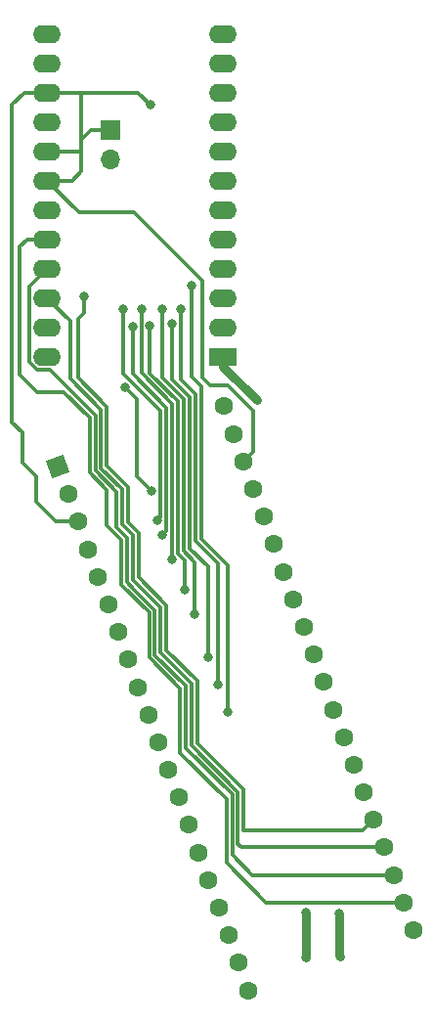
<source format=gbr>
%TF.GenerationSoftware,KiCad,Pcbnew,8.0.3*%
%TF.CreationDate,2024-06-29T11:18:24+02:00*%
%TF.ProjectId,adapter 8913-8910 Angle R,61646170-7465-4722-9038-3931332d3839,rev?*%
%TF.SameCoordinates,Original*%
%TF.FileFunction,Copper,L1,Top*%
%TF.FilePolarity,Positive*%
%FSLAX46Y46*%
G04 Gerber Fmt 4.6, Leading zero omitted, Abs format (unit mm)*
G04 Created by KiCad (PCBNEW 8.0.3) date 2024-06-29 11:18:24*
%MOMM*%
%LPD*%
G01*
G04 APERTURE LIST*
G04 Aperture macros list*
%AMHorizOval*
0 Thick line with rounded ends*
0 $1 width*
0 $2 $3 position (X,Y) of the first rounded end (center of the circle)*
0 $4 $5 position (X,Y) of the second rounded end (center of the circle)*
0 Add line between two ends*
20,1,$1,$2,$3,$4,$5,0*
0 Add two circle primitives to create the rounded ends*
1,1,$1,$2,$3*
1,1,$1,$4,$5*%
%AMRotRect*
0 Rectangle, with rotation*
0 The origin of the aperture is its center*
0 $1 length*
0 $2 width*
0 $3 Rotation angle, in degrees counterclockwise*
0 Add horizontal line*
21,1,$1,$2,0,0,$3*%
G04 Aperture macros list end*
%TA.AperFunction,ComponentPad*%
%ADD10R,1.700000X1.700000*%
%TD*%
%TA.AperFunction,ComponentPad*%
%ADD11O,1.700000X1.700000*%
%TD*%
%TA.AperFunction,ComponentPad*%
%ADD12RotRect,1.600000X1.600000X20.000000*%
%TD*%
%TA.AperFunction,ComponentPad*%
%ADD13HorizOval,1.600000X0.000000X0.000000X0.000000X0.000000X0*%
%TD*%
%TA.AperFunction,ComponentPad*%
%ADD14R,2.400000X1.600000*%
%TD*%
%TA.AperFunction,ComponentPad*%
%ADD15O,2.400000X1.600000*%
%TD*%
%TA.AperFunction,ViaPad*%
%ADD16C,0.800000*%
%TD*%
%TA.AperFunction,Conductor*%
%ADD17C,0.300000*%
%TD*%
%TA.AperFunction,Conductor*%
%ADD18C,0.762000*%
%TD*%
G04 APERTURE END LIST*
D10*
%TO.P,Audio_OUT_J1,1,Pin_1*%
%TO.N,Net-(Audio_OUT_J1-Pin_1)*%
X119100000Y-33910000D03*
D11*
%TO.P,Audio_OUT_J1,2,Pin_2*%
%TO.N,GND*%
X119100000Y-36450000D03*
%TD*%
D12*
%TO.P,U1,1,Vss*%
%TO.N,GND*%
X114579085Y-63012387D03*
D13*
%TO.P,U1,2,N/C*%
%TO.N,unconnected-(U1-N{slash}C-Pad2)*%
X115447817Y-65399207D03*
%TO.P,U1,3,ch_B*%
%TO.N,Net-(Audio_OUT_J1-Pin_1)*%
X116316547Y-67786025D03*
%TO.P,U1,4,ch_A*%
X117185278Y-70172845D03*
%TO.P,U1,5,N/C*%
%TO.N,unconnected-(U1-N{slash}C-Pad5)*%
X118054010Y-72559664D03*
%TO.P,U1,6,IOB7*%
%TO.N,unconnected-(U1-IOB7-Pad6)*%
X118922741Y-74946484D03*
%TO.P,U1,7,IOB6*%
%TO.N,unconnected-(U1-IOB6-Pad7)*%
X119791472Y-77333302D03*
%TO.P,U1,8,IOB5*%
%TO.N,unconnected-(U1-IOB5-Pad8)*%
X120660203Y-79720122D03*
%TO.P,U1,9,IOB4*%
%TO.N,unconnected-(U1-IOB4-Pad9)*%
X121528934Y-82106941D03*
%TO.P,U1,10,IOB3*%
%TO.N,unconnected-(U1-IOB3-Pad10)*%
X122397665Y-84493761D03*
%TO.P,U1,11,IOB2*%
%TO.N,unconnected-(U1-IOB2-Pad11)*%
X123266398Y-86880579D03*
%TO.P,U1,12,IOB1*%
%TO.N,unconnected-(U1-IOB1-Pad12)*%
X124135128Y-89267399D03*
%TO.P,U1,13,IOB0*%
%TO.N,unconnected-(U1-IOB0-Pad13)*%
X125003859Y-91654218D03*
%TO.P,U1,14,IOA7*%
%TO.N,unconnected-(U1-IOA7-Pad14)*%
X125872590Y-94041038D03*
%TO.P,U1,15,IOA6*%
%TO.N,unconnected-(U1-IOA6-Pad15)*%
X126741321Y-96427856D03*
%TO.P,U1,16,IOA5*%
%TO.N,unconnected-(U1-IOA5-Pad16)*%
X127610052Y-98814676D03*
%TO.P,U1,17,IOA4*%
%TO.N,unconnected-(U1-IOA4-Pad17)*%
X128478784Y-101201495D03*
%TO.P,U1,18,IOA3*%
%TO.N,unconnected-(U1-IOA3-Pad18)*%
X129347515Y-103588314D03*
%TO.P,U1,19,IOA2*%
%TO.N,unconnected-(U1-IOA2-Pad19)*%
X130216246Y-105975133D03*
%TO.P,U1,20,IOA1*%
%TO.N,unconnected-(U1-IOA1-Pad20)*%
X131084977Y-108361953D03*
%TO.P,U1,21,IOA0*%
%TO.N,unconnected-(U1-IOA0-Pad21)*%
X145405893Y-103149566D03*
%TO.P,U1,22,CLOCK*%
%TO.N,Net-(U1-CLOCK)*%
X144537161Y-100762746D03*
%TO.P,U1,23,~{RESET}*%
%TO.N,Net-(U1-~{RESET})*%
X143668430Y-98375927D03*
%TO.P,U1,24,~{A9}*%
%TO.N,Net-(U1-~{A9})*%
X142799699Y-95989108D03*
%TO.P,U1,25,A8*%
%TO.N,Net-(U1-A8)*%
X141930968Y-93602289D03*
%TO.P,U1,26,TEST2*%
%TO.N,unconnected-(U1-TEST2-Pad26)*%
X141062236Y-91215469D03*
%TO.P,U1,27,BDIR*%
%TO.N,Net-(U1-BDIR)*%
X140193504Y-88828650D03*
%TO.P,U1,28,BC2*%
%TO.N,+5V*%
X139324775Y-86441831D03*
%TO.P,U1,29,BC1*%
%TO.N,Net-(U1-BC1)*%
X138456043Y-84055012D03*
%TO.P,U1,30,D7*%
%TO.N,Net-(U1-D7)*%
X137587312Y-81668192D03*
%TO.P,U1,31,D6*%
%TO.N,Net-(U1-D6)*%
X136718581Y-79281374D03*
%TO.P,U1,32,D5*%
%TO.N,Net-(U1-D5)*%
X135849850Y-76894554D03*
%TO.P,U1,33,D4*%
%TO.N,Net-(U1-D4)*%
X134981118Y-74507735D03*
%TO.P,U1,34,D3*%
%TO.N,Net-(U1-D3)*%
X134112387Y-72120915D03*
%TO.P,U1,35,D2*%
%TO.N,Net-(U1-D2)*%
X133243656Y-69734098D03*
%TO.P,U1,36,D1*%
%TO.N,Net-(U1-D1)*%
X132374925Y-67347277D03*
%TO.P,U1,37,D0*%
%TO.N,Net-(U1-D0)*%
X131506194Y-64960458D03*
%TO.P,U1,38,ch_C*%
%TO.N,Net-(Audio_OUT_J1-Pin_1)*%
X130637463Y-62573639D03*
%TO.P,U1,39,TEST1*%
%TO.N,unconnected-(U1-TEST1-Pad39)*%
X129768731Y-60186820D03*
%TO.P,U1,40,Vcc*%
%TO.N,+5V*%
X128900000Y-57800000D03*
%TD*%
D14*
%TO.P,U2,1,Vss*%
%TO.N,GND*%
X128890000Y-53490000D03*
D15*
%TO.P,U2,2,BDIR*%
%TO.N,Net-(U1-BDIR)*%
X128890000Y-50950000D03*
%TO.P,U2,3,BC1*%
%TO.N,Net-(U1-BC1)*%
X128890000Y-48410000D03*
%TO.P,U2,4,D7*%
%TO.N,Net-(U1-D7)*%
X128890000Y-45870000D03*
%TO.P,U2,5,D6*%
%TO.N,Net-(U1-D6)*%
X128890000Y-43330000D03*
%TO.P,U2,6,D5*%
%TO.N,Net-(U1-D5)*%
X128890000Y-40790000D03*
%TO.P,U2,7,D4*%
%TO.N,Net-(U1-D4)*%
X128890000Y-38250000D03*
%TO.P,U2,8,D3*%
%TO.N,Net-(U1-D3)*%
X128890000Y-35710000D03*
%TO.P,U2,9,D2*%
%TO.N,Net-(U1-D2)*%
X128890000Y-33170000D03*
%TO.P,U2,10,D1*%
%TO.N,Net-(U1-D1)*%
X128890000Y-30630000D03*
%TO.P,U2,11,D0*%
%TO.N,Net-(U1-D0)*%
X128890000Y-28090000D03*
%TO.P,U2,12,TEST_2*%
%TO.N,unconnected-(U2-TEST_2-Pad12)*%
X128890000Y-25550000D03*
%TO.P,U2,13,Vcc*%
%TO.N,+5V*%
X113650000Y-25550000D03*
%TO.P,U2,14,TEST_I*%
%TO.N,unconnected-(U2-TEST_I-Pad14)*%
X113650000Y-28090000D03*
%TO.P,U2,15,ch_B*%
%TO.N,Net-(Audio_OUT_J1-Pin_1)*%
X113650000Y-30630000D03*
%TO.P,U2,16,N/C*%
%TO.N,unconnected-(U2-N{slash}C-Pad16)*%
X113650000Y-33170000D03*
%TO.P,U2,17,ch_A*%
%TO.N,Net-(Audio_OUT_J1-Pin_1)*%
X113650000Y-35710000D03*
%TO.P,U2,18,ch_C*%
X113650000Y-38250000D03*
%TO.P,U2,19,Vss*%
%TO.N,GND*%
X113650000Y-40790000D03*
%TO.P,U2,20,CLOCK*%
%TO.N,Net-(U1-CLOCK)*%
X113650000Y-43330000D03*
%TO.P,U2,21,~{RESET}*%
%TO.N,Net-(U1-~{RESET})*%
X113650000Y-45870000D03*
%TO.P,U2,22,~{A9}*%
%TO.N,Net-(U1-~{A9})*%
X113650000Y-48410000D03*
%TO.P,U2,23,A8*%
%TO.N,Net-(U1-A8)*%
X113650000Y-50950000D03*
%TO.P,U2,24,~{CE}*%
%TO.N,GND*%
X113650000Y-53490000D03*
%TD*%
D16*
%TO.N,Net-(U1-D3)*%
X121790000Y-49350000D03*
X124446268Y-71086361D03*
%TO.N,Net-(U1-D5)*%
X123630000Y-49360000D03*
X126430000Y-75802629D03*
%TO.N,Net-(U1-BC1)*%
X129266268Y-84246361D03*
X126110000Y-47350000D03*
%TO.N,Net-(U1-D7)*%
X128406268Y-81856361D03*
X125210000Y-49400000D03*
%TO.N,Net-(U1-A8)*%
X116800000Y-48280000D03*
%TO.N,Net-(U1-D6)*%
X124460000Y-50650000D03*
X127546268Y-79486361D03*
%TO.N,Net-(U1-D0)*%
X120369669Y-56160331D03*
X122666268Y-65160000D03*
%TO.N,Net-(U1-D4)*%
X125526268Y-73700000D03*
X122540000Y-50850000D03*
%TO.N,Net-(U1-D1)*%
X120260000Y-49350000D03*
X123216268Y-67636361D03*
%TO.N,Net-(U1-D2)*%
X123606268Y-68926361D03*
X121040000Y-50890000D03*
%TO.N,GND*%
X131810000Y-57260000D03*
X136060000Y-105480000D03*
X138990000Y-105400000D03*
X136050000Y-101610000D03*
X138930000Y-101700000D03*
%TO.N,Net-(Audio_OUT_J1-Pin_1)*%
X122600000Y-31700000D03*
%TD*%
D17*
%TO.N,Net-(U1-D5)*%
X125466268Y-57172056D02*
X123630000Y-55335788D01*
X125466268Y-70306268D02*
X125466268Y-57172056D01*
X126430000Y-71270000D02*
X125466268Y-70306268D01*
X126430000Y-75802629D02*
X126430000Y-71270000D01*
X123630000Y-55335788D02*
X123630000Y-49360000D01*
%TO.N,Net-(U1-D4)*%
X122540000Y-54952894D02*
X122540000Y-50850000D01*
X124966268Y-57379161D02*
X122540000Y-54952894D01*
X125526268Y-73700000D02*
X125526268Y-71105700D01*
X125526268Y-71105700D02*
X124966268Y-70545700D01*
X124966268Y-70545700D02*
X124966268Y-57379161D01*
%TO.N,Net-(U1-D7)*%
X128400000Y-81850093D02*
X128406268Y-81856361D01*
X126470000Y-56761575D02*
X126470000Y-69450000D01*
X125210000Y-55501575D02*
X126470000Y-56761575D01*
X125210000Y-49400000D02*
X125210000Y-55501575D01*
X126470000Y-69450000D02*
X128400000Y-71380000D01*
X128400000Y-71380000D02*
X128400000Y-81850093D01*
%TO.N,Net-(U1-BC1)*%
X129300000Y-84212629D02*
X129266268Y-84246361D01*
X129300000Y-71572894D02*
X129300000Y-84212629D01*
X127030000Y-69302894D02*
X129300000Y-71572894D01*
X126170000Y-47410000D02*
X126170000Y-55200000D01*
X126170000Y-55200000D02*
X127030000Y-56060000D01*
X126110000Y-47350000D02*
X126170000Y-47410000D01*
X127030000Y-56060000D02*
X127030000Y-69302894D01*
%TO.N,Net-(Audio_OUT_J1-Pin_1)*%
X131500000Y-61711102D02*
X130637463Y-62573639D01*
X127770000Y-56020000D02*
X129310000Y-56020000D01*
X129310000Y-56020000D02*
X131500000Y-58210000D01*
X131500000Y-58210000D02*
X131500000Y-61711102D01*
X127080661Y-55330661D02*
X127770000Y-56020000D01*
X127080661Y-46940661D02*
X127080661Y-55330661D01*
X121140000Y-41000000D02*
X127080661Y-46940661D01*
X116400000Y-41000000D02*
X121140000Y-41000000D01*
X113650000Y-38250000D02*
X116400000Y-41000000D01*
X116600000Y-30630000D02*
X113650000Y-30630000D01*
X116600000Y-34900000D02*
X116600000Y-30630000D01*
X121530000Y-30630000D02*
X116600000Y-30630000D01*
X116600000Y-34900000D02*
X116600000Y-34700000D01*
X116600000Y-35700000D02*
X116600000Y-34900000D01*
X122600000Y-31700000D02*
X121530000Y-30630000D01*
X116590000Y-35710000D02*
X116600000Y-35700000D01*
X113650000Y-35710000D02*
X116590000Y-35710000D01*
%TO.N,Net-(U1-D3)*%
X124466268Y-57586268D02*
X124466268Y-71066361D01*
X121790000Y-49350000D02*
X121790000Y-54910000D01*
X124466268Y-71066361D02*
X124446268Y-71086361D01*
X121790000Y-54910000D02*
X124466268Y-57586268D01*
%TO.N,Net-(U1-A8)*%
X120643553Y-67832234D02*
X121570000Y-68758681D01*
X121570000Y-68758681D02*
X121570000Y-72615787D01*
X118810000Y-62938681D02*
X120643553Y-64772234D01*
X126640000Y-81568682D02*
X126640000Y-86965788D01*
X120643553Y-64772234D02*
X120643553Y-67832234D01*
X116800000Y-48280000D02*
X116800000Y-49690000D01*
X116290000Y-50200000D02*
X116290000Y-55342894D01*
X140983257Y-94550000D02*
X141930968Y-93602289D01*
X130660000Y-90985788D02*
X130660000Y-94550000D01*
X126640000Y-86965788D02*
X130660000Y-90985788D01*
X123970000Y-75015787D02*
X123970000Y-78898682D01*
X118810000Y-57862894D02*
X118810000Y-62938681D01*
X121570000Y-72615787D02*
X123970000Y-75015787D01*
X116290000Y-55342894D02*
X118810000Y-57862894D01*
X116800000Y-49690000D02*
X116290000Y-50200000D01*
X130660000Y-94550000D02*
X140983257Y-94550000D01*
X123970000Y-78898682D02*
X126640000Y-81568682D01*
%TO.N,Net-(U1-~{A9})*%
X142799699Y-95989108D02*
X130489108Y-95989108D01*
X130160000Y-91192894D02*
X126140000Y-87172894D01*
X130160000Y-95660000D02*
X130160000Y-91192894D01*
X123470000Y-79105788D02*
X123470000Y-75222893D01*
X118310000Y-63145787D02*
X118310000Y-58070000D01*
X121070000Y-72822893D02*
X121070000Y-68965787D01*
X130489108Y-95989108D02*
X130160000Y-95660000D01*
X115640000Y-55400000D02*
X115640000Y-50400000D01*
X126140000Y-87172894D02*
X126140000Y-81775788D01*
X120143553Y-68039341D02*
X121070000Y-68965787D01*
X115640000Y-50400000D02*
X113650000Y-48410000D01*
X120143553Y-64979340D02*
X118310000Y-63145787D01*
X118310000Y-58070000D02*
X115640000Y-55400000D01*
X120143553Y-68039341D02*
X120143553Y-64979340D01*
X123470000Y-75222893D02*
X121070000Y-72822893D01*
X126140000Y-81775788D02*
X123470000Y-79105788D01*
%TO.N,Net-(U1-D6)*%
X125966268Y-70099162D02*
X127546268Y-71679162D01*
X125966268Y-56964949D02*
X125966268Y-70099162D01*
X127546268Y-71679162D02*
X127546268Y-79486361D01*
X124970659Y-55969341D02*
X124980660Y-55979341D01*
X124460000Y-55458682D02*
X124970659Y-55969341D01*
X124980660Y-55979341D02*
X125966268Y-56964949D01*
X124460000Y-50650000D02*
X124460000Y-55458682D01*
%TO.N,Net-(U1-~{RESET})*%
X121187106Y-73650000D02*
X120570000Y-73032894D01*
X131385927Y-98375927D02*
X129660000Y-96650000D01*
X112100000Y-47420000D02*
X113650000Y-45870000D01*
X122970000Y-79312894D02*
X122970000Y-75430000D01*
X143668430Y-98375927D02*
X131385927Y-98375927D01*
X120570000Y-69172894D02*
X119643553Y-68246447D01*
X117810000Y-63352893D02*
X117810000Y-58572894D01*
X129660000Y-96650000D02*
X129660000Y-91400000D01*
X112100000Y-53966346D02*
X112100000Y-47420000D01*
X129660000Y-91400000D02*
X125640000Y-87380000D01*
X119643553Y-68246447D02*
X119643553Y-65186446D01*
X113877106Y-54640000D02*
X112773654Y-54640000D01*
X125640000Y-81982894D02*
X122970000Y-79312894D01*
X125640000Y-87380000D02*
X125640000Y-81982894D01*
X120570000Y-73032894D02*
X120570000Y-69172894D01*
X122970000Y-75430000D02*
X121190000Y-73650000D01*
X119643553Y-65186446D02*
X117810000Y-63352893D01*
X117810000Y-58572894D02*
X113877106Y-54640000D01*
X112773654Y-54640000D02*
X112100000Y-53966346D01*
X121190000Y-73650000D02*
X121187106Y-73650000D01*
%TO.N,Net-(U1-D0)*%
X121380000Y-57170662D02*
X121380000Y-63873732D01*
X121380000Y-63873732D02*
X122666268Y-65160000D01*
X120369669Y-56160331D02*
X121380000Y-57170662D01*
%TO.N,Net-(U1-CLOCK)*%
X111910000Y-43330000D02*
X113650000Y-43330000D01*
X115070000Y-56540000D02*
X112730000Y-56540000D01*
X112730000Y-56540000D02*
X111280000Y-55090000D01*
X122470000Y-75640000D02*
X120070000Y-73240000D01*
X120070000Y-73240000D02*
X120070000Y-69380000D01*
X117310000Y-63560000D02*
X117310000Y-58780000D01*
X129160000Y-91820000D02*
X125140000Y-87800000D01*
X132602746Y-100762746D02*
X129160000Y-97320000D01*
X117310000Y-58780000D02*
X115070000Y-56540000D01*
X118780000Y-65030000D02*
X117310000Y-63560000D01*
X111280000Y-55090000D02*
X111280000Y-43960000D01*
X122470000Y-79520000D02*
X122470000Y-75640000D01*
X125140000Y-87800000D02*
X125140000Y-82190000D01*
X125140000Y-82190000D02*
X122470000Y-79520000D01*
X118780000Y-68090000D02*
X118780000Y-65030000D01*
X144537161Y-100762746D02*
X132602746Y-100762746D01*
X111280000Y-43960000D02*
X111910000Y-43330000D01*
X129160000Y-97320000D02*
X129160000Y-91820000D01*
X120070000Y-69380000D02*
X118780000Y-68090000D01*
%TO.N,Net-(U1-D1)*%
X120260000Y-49350000D02*
X120250000Y-49360000D01*
X123416268Y-58146268D02*
X123416268Y-67436361D01*
X120250000Y-49360000D02*
X120250000Y-54980000D01*
X120250000Y-54980000D02*
X123416268Y-58146268D01*
X123416268Y-67436361D02*
X123216268Y-67636361D01*
%TO.N,Net-(U1-D2)*%
X121040000Y-54980000D02*
X123966268Y-57906268D01*
X121040000Y-50890000D02*
X121040000Y-54980000D01*
X123966268Y-57906268D02*
X123966268Y-68566361D01*
X123966268Y-68566361D02*
X123606268Y-68926361D01*
D18*
%TO.N,GND*%
X136060000Y-105480000D02*
X136050000Y-105470000D01*
X128890000Y-54340000D02*
X131810000Y-57260000D01*
X138930000Y-105340000D02*
X138990000Y-105400000D01*
X136050000Y-105470000D02*
X136050000Y-101610000D01*
X128890000Y-53490000D02*
X128890000Y-54340000D01*
X138930000Y-101700000D02*
X138930000Y-105340000D01*
D17*
%TO.N,Net-(Audio_OUT_J1-Pin_1)*%
X117390000Y-33910000D02*
X119100000Y-33910000D01*
X113650000Y-38250000D02*
X115790000Y-38250000D01*
X111500000Y-62660000D02*
X111500000Y-60080000D01*
X110596088Y-59176088D02*
X110596088Y-31703912D01*
X111670000Y-30630000D02*
X113650000Y-30630000D01*
X116600000Y-34700000D02*
X117390000Y-33910000D01*
X112670000Y-66070000D02*
X112670000Y-63830000D01*
X116316547Y-67786025D02*
X114386025Y-67786025D01*
X115790000Y-38250000D02*
X116600000Y-37440000D01*
X116600000Y-37440000D02*
X116600000Y-35700000D01*
X110596088Y-31703912D02*
X111670000Y-30630000D01*
X114386025Y-67786025D02*
X112670000Y-66070000D01*
X111500000Y-60080000D02*
X110596088Y-59176088D01*
X112670000Y-63830000D02*
X111500000Y-62660000D01*
%TD*%
M02*

</source>
